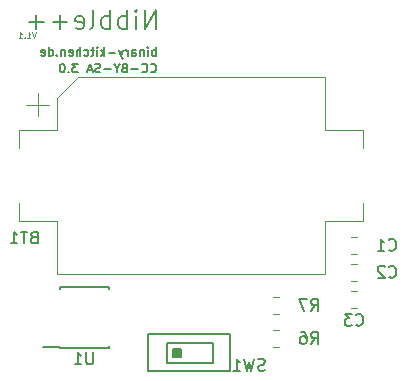
<source format=gbo>
G04 #@! TF.GenerationSoftware,KiCad,Pcbnew,5.0.1*
G04 #@! TF.CreationDate,2019-01-07T18:58:54+01:00*
G04 #@! TF.ProjectId,nibble++,6E6962626C652B2B2E6B696361645F70,rev?*
G04 #@! TF.SameCoordinates,Original*
G04 #@! TF.FileFunction,Legend,Bot*
G04 #@! TF.FilePolarity,Positive*
%FSLAX46Y46*%
G04 Gerber Fmt 4.6, Leading zero omitted, Abs format (unit mm)*
G04 Created by KiCad (PCBNEW 5.0.1) date Mo 07 Jan 2019 18:58:54 CET*
%MOMM*%
%LPD*%
G01*
G04 APERTURE LIST*
%ADD10C,0.187500*%
%ADD11C,0.110000*%
%ADD12C,0.140000*%
%ADD13C,0.120000*%
%ADD14C,0.150000*%
G04 APERTURE END LIST*
D10*
X97033172Y-87591809D02*
X97033172Y-85991809D01*
X96118886Y-87591809D01*
X96118886Y-85991809D01*
X95356982Y-87591809D02*
X95356982Y-86525142D01*
X95356982Y-85991809D02*
X95433172Y-86068000D01*
X95356982Y-86144190D01*
X95280791Y-86068000D01*
X95356982Y-85991809D01*
X95356982Y-86144190D01*
X94595077Y-87591809D02*
X94595077Y-85991809D01*
X94595077Y-86601333D02*
X94442696Y-86525142D01*
X94137934Y-86525142D01*
X93985553Y-86601333D01*
X93909363Y-86677523D01*
X93833172Y-86829904D01*
X93833172Y-87287047D01*
X93909363Y-87439428D01*
X93985553Y-87515619D01*
X94137934Y-87591809D01*
X94442696Y-87591809D01*
X94595077Y-87515619D01*
X93147458Y-87591809D02*
X93147458Y-85991809D01*
X93147458Y-86601333D02*
X92995077Y-86525142D01*
X92690315Y-86525142D01*
X92537934Y-86601333D01*
X92461744Y-86677523D01*
X92385553Y-86829904D01*
X92385553Y-87287047D01*
X92461744Y-87439428D01*
X92537934Y-87515619D01*
X92690315Y-87591809D01*
X92995077Y-87591809D01*
X93147458Y-87515619D01*
X91471267Y-87591809D02*
X91623648Y-87515619D01*
X91699839Y-87363238D01*
X91699839Y-85991809D01*
X90252220Y-87515619D02*
X90404601Y-87591809D01*
X90709363Y-87591809D01*
X90861744Y-87515619D01*
X90937934Y-87363238D01*
X90937934Y-86753714D01*
X90861744Y-86601333D01*
X90709363Y-86525142D01*
X90404601Y-86525142D01*
X90252220Y-86601333D01*
X90176029Y-86753714D01*
X90176029Y-86906095D01*
X90937934Y-87058476D01*
X89490315Y-86982285D02*
X88271267Y-86982285D01*
X88880791Y-87591809D02*
X88880791Y-86372761D01*
X87509363Y-86982285D02*
X86290315Y-86982285D01*
X86899839Y-87591809D02*
X86899839Y-86372761D01*
D11*
X86867904Y-87864190D02*
X86701238Y-88364190D01*
X86534571Y-87864190D01*
X86106000Y-88364190D02*
X86391714Y-88364190D01*
X86248857Y-88364190D02*
X86248857Y-87864190D01*
X86296476Y-87935619D01*
X86344095Y-87983238D01*
X86391714Y-88007047D01*
X85891714Y-88316571D02*
X85867904Y-88340380D01*
X85891714Y-88364190D01*
X85915523Y-88340380D01*
X85891714Y-88316571D01*
X85891714Y-88364190D01*
X85391714Y-88364190D02*
X85677428Y-88364190D01*
X85534571Y-88364190D02*
X85534571Y-87864190D01*
X85582190Y-87935619D01*
X85629809Y-87983238D01*
X85677428Y-88007047D01*
D12*
X97012428Y-89874285D02*
X97012428Y-89124285D01*
X97012428Y-89410000D02*
X96941000Y-89374285D01*
X96798142Y-89374285D01*
X96726714Y-89410000D01*
X96691000Y-89445714D01*
X96655285Y-89517142D01*
X96655285Y-89731428D01*
X96691000Y-89802857D01*
X96726714Y-89838571D01*
X96798142Y-89874285D01*
X96941000Y-89874285D01*
X97012428Y-89838571D01*
X96333857Y-89874285D02*
X96333857Y-89374285D01*
X96333857Y-89124285D02*
X96369571Y-89160000D01*
X96333857Y-89195714D01*
X96298142Y-89160000D01*
X96333857Y-89124285D01*
X96333857Y-89195714D01*
X95976714Y-89374285D02*
X95976714Y-89874285D01*
X95976714Y-89445714D02*
X95941000Y-89410000D01*
X95869571Y-89374285D01*
X95762428Y-89374285D01*
X95691000Y-89410000D01*
X95655285Y-89481428D01*
X95655285Y-89874285D01*
X94976714Y-89874285D02*
X94976714Y-89481428D01*
X95012428Y-89410000D01*
X95083857Y-89374285D01*
X95226714Y-89374285D01*
X95298142Y-89410000D01*
X94976714Y-89838571D02*
X95048142Y-89874285D01*
X95226714Y-89874285D01*
X95298142Y-89838571D01*
X95333857Y-89767142D01*
X95333857Y-89695714D01*
X95298142Y-89624285D01*
X95226714Y-89588571D01*
X95048142Y-89588571D01*
X94976714Y-89552857D01*
X94619571Y-89874285D02*
X94619571Y-89374285D01*
X94619571Y-89517142D02*
X94583857Y-89445714D01*
X94548142Y-89410000D01*
X94476714Y-89374285D01*
X94405285Y-89374285D01*
X94226714Y-89374285D02*
X94048142Y-89874285D01*
X93869571Y-89374285D02*
X94048142Y-89874285D01*
X94119571Y-90052857D01*
X94155285Y-90088571D01*
X94226714Y-90124285D01*
X93583857Y-89588571D02*
X93012428Y-89588571D01*
X92655285Y-89874285D02*
X92655285Y-89124285D01*
X92583857Y-89588571D02*
X92369571Y-89874285D01*
X92369571Y-89374285D02*
X92655285Y-89660000D01*
X92048142Y-89874285D02*
X92048142Y-89374285D01*
X92048142Y-89124285D02*
X92083857Y-89160000D01*
X92048142Y-89195714D01*
X92012428Y-89160000D01*
X92048142Y-89124285D01*
X92048142Y-89195714D01*
X91798142Y-89374285D02*
X91512428Y-89374285D01*
X91691000Y-89124285D02*
X91691000Y-89767142D01*
X91655285Y-89838571D01*
X91583857Y-89874285D01*
X91512428Y-89874285D01*
X90941000Y-89838571D02*
X91012428Y-89874285D01*
X91155285Y-89874285D01*
X91226714Y-89838571D01*
X91262428Y-89802857D01*
X91298142Y-89731428D01*
X91298142Y-89517142D01*
X91262428Y-89445714D01*
X91226714Y-89410000D01*
X91155285Y-89374285D01*
X91012428Y-89374285D01*
X90941000Y-89410000D01*
X90619571Y-89874285D02*
X90619571Y-89124285D01*
X90298142Y-89874285D02*
X90298142Y-89481428D01*
X90333857Y-89410000D01*
X90405285Y-89374285D01*
X90512428Y-89374285D01*
X90583857Y-89410000D01*
X90619571Y-89445714D01*
X89655285Y-89838571D02*
X89726714Y-89874285D01*
X89869571Y-89874285D01*
X89941000Y-89838571D01*
X89976714Y-89767142D01*
X89976714Y-89481428D01*
X89941000Y-89410000D01*
X89869571Y-89374285D01*
X89726714Y-89374285D01*
X89655285Y-89410000D01*
X89619571Y-89481428D01*
X89619571Y-89552857D01*
X89976714Y-89624285D01*
X89298142Y-89374285D02*
X89298142Y-89874285D01*
X89298142Y-89445714D02*
X89262428Y-89410000D01*
X89191000Y-89374285D01*
X89083857Y-89374285D01*
X89012428Y-89410000D01*
X88976714Y-89481428D01*
X88976714Y-89874285D01*
X88619571Y-89802857D02*
X88583857Y-89838571D01*
X88619571Y-89874285D01*
X88655285Y-89838571D01*
X88619571Y-89802857D01*
X88619571Y-89874285D01*
X87941000Y-89874285D02*
X87941000Y-89124285D01*
X87941000Y-89838571D02*
X88012428Y-89874285D01*
X88155285Y-89874285D01*
X88226714Y-89838571D01*
X88262428Y-89802857D01*
X88298142Y-89731428D01*
X88298142Y-89517142D01*
X88262428Y-89445714D01*
X88226714Y-89410000D01*
X88155285Y-89374285D01*
X88012428Y-89374285D01*
X87941000Y-89410000D01*
X87298142Y-89838571D02*
X87369571Y-89874285D01*
X87512428Y-89874285D01*
X87583857Y-89838571D01*
X87619571Y-89767142D01*
X87619571Y-89481428D01*
X87583857Y-89410000D01*
X87512428Y-89374285D01*
X87369571Y-89374285D01*
X87298142Y-89410000D01*
X87262428Y-89481428D01*
X87262428Y-89552857D01*
X87619571Y-89624285D01*
X96583857Y-91199857D02*
X96619571Y-91235571D01*
X96726714Y-91271285D01*
X96798142Y-91271285D01*
X96905285Y-91235571D01*
X96976714Y-91164142D01*
X97012428Y-91092714D01*
X97048142Y-90949857D01*
X97048142Y-90842714D01*
X97012428Y-90699857D01*
X96976714Y-90628428D01*
X96905285Y-90557000D01*
X96798142Y-90521285D01*
X96726714Y-90521285D01*
X96619571Y-90557000D01*
X96583857Y-90592714D01*
X95833857Y-91199857D02*
X95869571Y-91235571D01*
X95976714Y-91271285D01*
X96048142Y-91271285D01*
X96155285Y-91235571D01*
X96226714Y-91164142D01*
X96262428Y-91092714D01*
X96298142Y-90949857D01*
X96298142Y-90842714D01*
X96262428Y-90699857D01*
X96226714Y-90628428D01*
X96155285Y-90557000D01*
X96048142Y-90521285D01*
X95976714Y-90521285D01*
X95869571Y-90557000D01*
X95833857Y-90592714D01*
X95512428Y-90985571D02*
X94941000Y-90985571D01*
X94333857Y-90878428D02*
X94226714Y-90914142D01*
X94191000Y-90949857D01*
X94155285Y-91021285D01*
X94155285Y-91128428D01*
X94191000Y-91199857D01*
X94226714Y-91235571D01*
X94298142Y-91271285D01*
X94583857Y-91271285D01*
X94583857Y-90521285D01*
X94333857Y-90521285D01*
X94262428Y-90557000D01*
X94226714Y-90592714D01*
X94191000Y-90664142D01*
X94191000Y-90735571D01*
X94226714Y-90807000D01*
X94262428Y-90842714D01*
X94333857Y-90878428D01*
X94583857Y-90878428D01*
X93691000Y-90914142D02*
X93691000Y-91271285D01*
X93941000Y-90521285D02*
X93691000Y-90914142D01*
X93441000Y-90521285D01*
X93191000Y-90985571D02*
X92619571Y-90985571D01*
X92298142Y-91235571D02*
X92191000Y-91271285D01*
X92012428Y-91271285D01*
X91941000Y-91235571D01*
X91905285Y-91199857D01*
X91869571Y-91128428D01*
X91869571Y-91057000D01*
X91905285Y-90985571D01*
X91941000Y-90949857D01*
X92012428Y-90914142D01*
X92155285Y-90878428D01*
X92226714Y-90842714D01*
X92262428Y-90807000D01*
X92298142Y-90735571D01*
X92298142Y-90664142D01*
X92262428Y-90592714D01*
X92226714Y-90557000D01*
X92155285Y-90521285D01*
X91976714Y-90521285D01*
X91869571Y-90557000D01*
X91583857Y-91057000D02*
X91226714Y-91057000D01*
X91655285Y-91271285D02*
X91405285Y-90521285D01*
X91155285Y-91271285D01*
X90405285Y-90521285D02*
X89941000Y-90521285D01*
X90191000Y-90807000D01*
X90083857Y-90807000D01*
X90012428Y-90842714D01*
X89976714Y-90878428D01*
X89941000Y-90949857D01*
X89941000Y-91128428D01*
X89976714Y-91199857D01*
X90012428Y-91235571D01*
X90083857Y-91271285D01*
X90298142Y-91271285D01*
X90369571Y-91235571D01*
X90405285Y-91199857D01*
X89619571Y-91199857D02*
X89583857Y-91235571D01*
X89619571Y-91271285D01*
X89655285Y-91235571D01*
X89619571Y-91199857D01*
X89619571Y-91271285D01*
X89119571Y-90521285D02*
X89048142Y-90521285D01*
X88976714Y-90557000D01*
X88941000Y-90592714D01*
X88905285Y-90664142D01*
X88869571Y-90807000D01*
X88869571Y-90985571D01*
X88905285Y-91128428D01*
X88941000Y-91199857D01*
X88976714Y-91235571D01*
X89048142Y-91271285D01*
X89119571Y-91271285D01*
X89191000Y-91235571D01*
X89226714Y-91199857D01*
X89262428Y-91128428D01*
X89298142Y-90985571D01*
X89298142Y-90807000D01*
X89262428Y-90664142D01*
X89226714Y-90592714D01*
X89191000Y-90557000D01*
X89119571Y-90521285D01*
D13*
G04 #@! TO.C,C1*
X113530748Y-105208000D02*
X114053252Y-105208000D01*
X113530748Y-106628000D02*
X114053252Y-106628000D01*
G04 #@! TO.C,C2*
X113530748Y-107494000D02*
X114053252Y-107494000D01*
X113530748Y-108914000D02*
X114053252Y-108914000D01*
G04 #@! TO.C,C3*
X113539748Y-109780000D02*
X114062252Y-109780000D01*
X113539748Y-111200000D02*
X114062252Y-111200000D01*
G04 #@! TO.C,R6*
X106917748Y-113082000D02*
X107440252Y-113082000D01*
X106917748Y-114502000D02*
X107440252Y-114502000D01*
G04 #@! TO.C,R7*
X106917748Y-110288000D02*
X107440252Y-110288000D01*
X106917748Y-111708000D02*
X107440252Y-111708000D01*
D14*
G04 #@! TO.C,U1*
X88857000Y-114539000D02*
X87457000Y-114539000D01*
X88857000Y-109439000D02*
X93007000Y-109439000D01*
X88857000Y-114589000D02*
X93007000Y-114589000D01*
X88857000Y-109439000D02*
X88857000Y-109584000D01*
X93007000Y-109439000D02*
X93007000Y-109584000D01*
X93007000Y-114589000D02*
X93007000Y-114444000D01*
X88857000Y-114589000D02*
X88857000Y-114539000D01*
D13*
G04 #@! TO.C,BT1*
X111350000Y-96150000D02*
X114550000Y-96150000D01*
X114550000Y-96150000D02*
X114550000Y-97700000D01*
X111350000Y-91650000D02*
X111350000Y-96150000D01*
X111350000Y-91650000D02*
X90450000Y-91650000D01*
X88650000Y-93450000D02*
X88650000Y-96150000D01*
X90450000Y-91650000D02*
X88650000Y-93450000D01*
X88650000Y-96150000D02*
X85450000Y-96150000D01*
X85450000Y-96150000D02*
X85450000Y-97700000D01*
X88650000Y-103850000D02*
X85450000Y-103850000D01*
X85450000Y-103850000D02*
X85450000Y-102300000D01*
X111350000Y-103850000D02*
X114550000Y-103850000D01*
X114550000Y-103850000D02*
X114550000Y-102300000D01*
X88650000Y-108350000D02*
X111350000Y-108350000D01*
X88650000Y-108350000D02*
X88650000Y-103850000D01*
X111350000Y-108350000D02*
X111350000Y-103850000D01*
X87000000Y-95000000D02*
X87000000Y-93000000D01*
X88000000Y-94000000D02*
X86000000Y-94000000D01*
D14*
G04 #@! TO.C,SW1*
X96322000Y-113456000D02*
X96322000Y-116556000D01*
X96322000Y-116556000D02*
X103322000Y-116556000D01*
X103322000Y-116556000D02*
X103322000Y-113456000D01*
X103322000Y-113456000D02*
X96322000Y-113456000D01*
X97922000Y-115856000D02*
X97922000Y-114156000D01*
X97922000Y-114156000D02*
X101822000Y-114156000D01*
X101822000Y-114156000D02*
X101822000Y-115856000D01*
X101822000Y-115856000D02*
X97922000Y-115856000D01*
X98422000Y-115356000D02*
X98422000Y-114656000D01*
X98422000Y-114656000D02*
X99122000Y-114656000D01*
X99122000Y-114656000D02*
X99122000Y-115356000D01*
X99122000Y-115356000D02*
X98422000Y-115356000D01*
G36*
X98422000Y-115356000D02*
X99122000Y-115356000D01*
X99122000Y-114656000D01*
X98422000Y-114656000D01*
X98422000Y-115356000D01*
G37*
X98422000Y-115356000D02*
X99122000Y-115356000D01*
X99122000Y-114656000D01*
X98422000Y-114656000D01*
X98422000Y-115356000D01*
G04 #@! TO.C,C1*
X116727266Y-106275142D02*
X116774885Y-106322761D01*
X116917742Y-106370380D01*
X117012980Y-106370380D01*
X117155838Y-106322761D01*
X117251076Y-106227523D01*
X117298695Y-106132285D01*
X117346314Y-105941809D01*
X117346314Y-105798952D01*
X117298695Y-105608476D01*
X117251076Y-105513238D01*
X117155838Y-105418000D01*
X117012980Y-105370380D01*
X116917742Y-105370380D01*
X116774885Y-105418000D01*
X116727266Y-105465619D01*
X115774885Y-106370380D02*
X116346314Y-106370380D01*
X116060600Y-106370380D02*
X116060600Y-105370380D01*
X116155838Y-105513238D01*
X116251076Y-105608476D01*
X116346314Y-105656095D01*
G04 #@! TO.C,C2*
X116752666Y-108561142D02*
X116800285Y-108608761D01*
X116943142Y-108656380D01*
X117038380Y-108656380D01*
X117181238Y-108608761D01*
X117276476Y-108513523D01*
X117324095Y-108418285D01*
X117371714Y-108227809D01*
X117371714Y-108084952D01*
X117324095Y-107894476D01*
X117276476Y-107799238D01*
X117181238Y-107704000D01*
X117038380Y-107656380D01*
X116943142Y-107656380D01*
X116800285Y-107704000D01*
X116752666Y-107751619D01*
X116371714Y-107751619D02*
X116324095Y-107704000D01*
X116228857Y-107656380D01*
X115990761Y-107656380D01*
X115895523Y-107704000D01*
X115847904Y-107751619D01*
X115800285Y-107846857D01*
X115800285Y-107942095D01*
X115847904Y-108084952D01*
X116419333Y-108656380D01*
X115800285Y-108656380D01*
G04 #@! TO.C,C3*
X113958666Y-112625142D02*
X114006285Y-112672761D01*
X114149142Y-112720380D01*
X114244380Y-112720380D01*
X114387238Y-112672761D01*
X114482476Y-112577523D01*
X114530095Y-112482285D01*
X114577714Y-112291809D01*
X114577714Y-112148952D01*
X114530095Y-111958476D01*
X114482476Y-111863238D01*
X114387238Y-111768000D01*
X114244380Y-111720380D01*
X114149142Y-111720380D01*
X114006285Y-111768000D01*
X113958666Y-111815619D01*
X113625333Y-111720380D02*
X113006285Y-111720380D01*
X113339619Y-112101333D01*
X113196761Y-112101333D01*
X113101523Y-112148952D01*
X113053904Y-112196571D01*
X113006285Y-112291809D01*
X113006285Y-112529904D01*
X113053904Y-112625142D01*
X113101523Y-112672761D01*
X113196761Y-112720380D01*
X113482476Y-112720380D01*
X113577714Y-112672761D01*
X113625333Y-112625142D01*
G04 #@! TO.C,R6*
X110148666Y-114244380D02*
X110482000Y-113768190D01*
X110720095Y-114244380D02*
X110720095Y-113244380D01*
X110339142Y-113244380D01*
X110243904Y-113292000D01*
X110196285Y-113339619D01*
X110148666Y-113434857D01*
X110148666Y-113577714D01*
X110196285Y-113672952D01*
X110243904Y-113720571D01*
X110339142Y-113768190D01*
X110720095Y-113768190D01*
X109291523Y-113244380D02*
X109482000Y-113244380D01*
X109577238Y-113292000D01*
X109624857Y-113339619D01*
X109720095Y-113482476D01*
X109767714Y-113672952D01*
X109767714Y-114053904D01*
X109720095Y-114149142D01*
X109672476Y-114196761D01*
X109577238Y-114244380D01*
X109386761Y-114244380D01*
X109291523Y-114196761D01*
X109243904Y-114149142D01*
X109196285Y-114053904D01*
X109196285Y-113815809D01*
X109243904Y-113720571D01*
X109291523Y-113672952D01*
X109386761Y-113625333D01*
X109577238Y-113625333D01*
X109672476Y-113672952D01*
X109720095Y-113720571D01*
X109767714Y-113815809D01*
G04 #@! TO.C,R7*
X110148666Y-111450380D02*
X110482000Y-110974190D01*
X110720095Y-111450380D02*
X110720095Y-110450380D01*
X110339142Y-110450380D01*
X110243904Y-110498000D01*
X110196285Y-110545619D01*
X110148666Y-110640857D01*
X110148666Y-110783714D01*
X110196285Y-110878952D01*
X110243904Y-110926571D01*
X110339142Y-110974190D01*
X110720095Y-110974190D01*
X109815333Y-110450380D02*
X109148666Y-110450380D01*
X109577238Y-111450380D01*
G04 #@! TO.C,U1*
X91693904Y-114966380D02*
X91693904Y-115775904D01*
X91646285Y-115871142D01*
X91598666Y-115918761D01*
X91503428Y-115966380D01*
X91312952Y-115966380D01*
X91217714Y-115918761D01*
X91170095Y-115871142D01*
X91122476Y-115775904D01*
X91122476Y-114966380D01*
X90122476Y-115966380D02*
X90693904Y-115966380D01*
X90408190Y-115966380D02*
X90408190Y-114966380D01*
X90503428Y-115109238D01*
X90598666Y-115204476D01*
X90693904Y-115252095D01*
G04 #@! TO.C,BT1*
X86660714Y-105228571D02*
X86517857Y-105276190D01*
X86470238Y-105323809D01*
X86422619Y-105419047D01*
X86422619Y-105561904D01*
X86470238Y-105657142D01*
X86517857Y-105704761D01*
X86613095Y-105752380D01*
X86994047Y-105752380D01*
X86994047Y-104752380D01*
X86660714Y-104752380D01*
X86565476Y-104800000D01*
X86517857Y-104847619D01*
X86470238Y-104942857D01*
X86470238Y-105038095D01*
X86517857Y-105133333D01*
X86565476Y-105180952D01*
X86660714Y-105228571D01*
X86994047Y-105228571D01*
X86136904Y-104752380D02*
X85565476Y-104752380D01*
X85851190Y-105752380D02*
X85851190Y-104752380D01*
X84708333Y-105752380D02*
X85279761Y-105752380D01*
X84994047Y-105752380D02*
X84994047Y-104752380D01*
X85089285Y-104895238D01*
X85184523Y-104990476D01*
X85279761Y-105038095D01*
G04 #@! TO.C,SW1*
X106235333Y-116482761D02*
X106092476Y-116530380D01*
X105854380Y-116530380D01*
X105759142Y-116482761D01*
X105711523Y-116435142D01*
X105663904Y-116339904D01*
X105663904Y-116244666D01*
X105711523Y-116149428D01*
X105759142Y-116101809D01*
X105854380Y-116054190D01*
X106044857Y-116006571D01*
X106140095Y-115958952D01*
X106187714Y-115911333D01*
X106235333Y-115816095D01*
X106235333Y-115720857D01*
X106187714Y-115625619D01*
X106140095Y-115578000D01*
X106044857Y-115530380D01*
X105806761Y-115530380D01*
X105663904Y-115578000D01*
X105330571Y-115530380D02*
X105092476Y-116530380D01*
X104902000Y-115816095D01*
X104711523Y-116530380D01*
X104473428Y-115530380D01*
X103568666Y-116530380D02*
X104140095Y-116530380D01*
X103854380Y-116530380D02*
X103854380Y-115530380D01*
X103949619Y-115673238D01*
X104044857Y-115768476D01*
X104140095Y-115816095D01*
G04 #@! TD*
M02*

</source>
